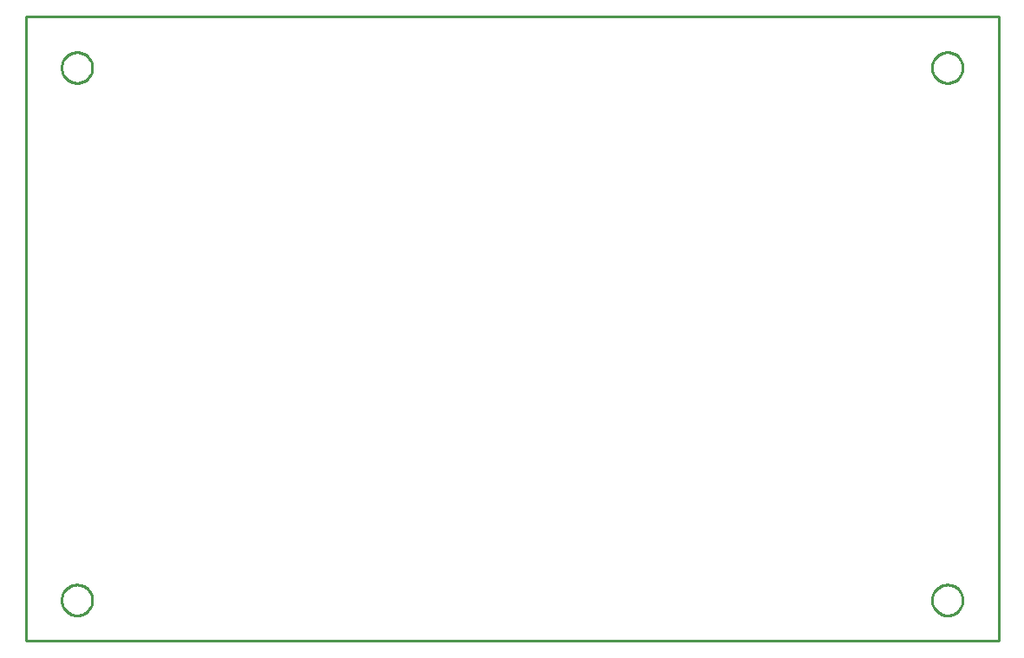
<source format=gbr>
G04 EAGLE Gerber RS-274X export*
G75*
%MOMM*%
%FSLAX34Y34*%
%LPD*%
%IN*%
%IPPOS*%
%AMOC8*
5,1,8,0,0,1.08239X$1,22.5*%
G01*
%ADD10C,0.254000*%


D10*
X0Y0D02*
X950000Y0D01*
X950000Y610000D01*
X0Y610000D01*
X0Y0D01*
X65000Y559464D02*
X64924Y558396D01*
X64771Y557335D01*
X64543Y556288D01*
X64241Y555260D01*
X63867Y554256D01*
X63422Y553281D01*
X62908Y552341D01*
X62329Y551440D01*
X61687Y550582D01*
X60985Y549772D01*
X60228Y549015D01*
X59418Y548313D01*
X58560Y547671D01*
X57659Y547092D01*
X56719Y546578D01*
X55744Y546133D01*
X54740Y545759D01*
X53712Y545457D01*
X52665Y545229D01*
X51604Y545076D01*
X50536Y545000D01*
X49464Y545000D01*
X48396Y545076D01*
X47335Y545229D01*
X46288Y545457D01*
X45260Y545759D01*
X44256Y546133D01*
X43281Y546578D01*
X42341Y547092D01*
X41440Y547671D01*
X40582Y548313D01*
X39772Y549015D01*
X39015Y549772D01*
X38313Y550582D01*
X37671Y551440D01*
X37092Y552341D01*
X36578Y553281D01*
X36133Y554256D01*
X35759Y555260D01*
X35457Y556288D01*
X35229Y557335D01*
X35076Y558396D01*
X35000Y559464D01*
X35000Y560536D01*
X35076Y561604D01*
X35229Y562665D01*
X35457Y563712D01*
X35759Y564740D01*
X36133Y565744D01*
X36578Y566719D01*
X37092Y567659D01*
X37671Y568560D01*
X38313Y569418D01*
X39015Y570228D01*
X39772Y570985D01*
X40582Y571687D01*
X41440Y572329D01*
X42341Y572908D01*
X43281Y573422D01*
X44256Y573867D01*
X45260Y574241D01*
X46288Y574543D01*
X47335Y574771D01*
X48396Y574924D01*
X49464Y575000D01*
X50536Y575000D01*
X51604Y574924D01*
X52665Y574771D01*
X53712Y574543D01*
X54740Y574241D01*
X55744Y573867D01*
X56719Y573422D01*
X57659Y572908D01*
X58560Y572329D01*
X59418Y571687D01*
X60228Y570985D01*
X60985Y570228D01*
X61687Y569418D01*
X62329Y568560D01*
X62908Y567659D01*
X63422Y566719D01*
X63867Y565744D01*
X64241Y564740D01*
X64543Y563712D01*
X64771Y562665D01*
X64924Y561604D01*
X65000Y560536D01*
X65000Y559464D01*
X65000Y39464D02*
X64924Y38396D01*
X64771Y37335D01*
X64543Y36288D01*
X64241Y35260D01*
X63867Y34256D01*
X63422Y33281D01*
X62908Y32341D01*
X62329Y31440D01*
X61687Y30582D01*
X60985Y29772D01*
X60228Y29015D01*
X59418Y28313D01*
X58560Y27671D01*
X57659Y27092D01*
X56719Y26578D01*
X55744Y26133D01*
X54740Y25759D01*
X53712Y25457D01*
X52665Y25229D01*
X51604Y25076D01*
X50536Y25000D01*
X49464Y25000D01*
X48396Y25076D01*
X47335Y25229D01*
X46288Y25457D01*
X45260Y25759D01*
X44256Y26133D01*
X43281Y26578D01*
X42341Y27092D01*
X41440Y27671D01*
X40582Y28313D01*
X39772Y29015D01*
X39015Y29772D01*
X38313Y30582D01*
X37671Y31440D01*
X37092Y32341D01*
X36578Y33281D01*
X36133Y34256D01*
X35759Y35260D01*
X35457Y36288D01*
X35229Y37335D01*
X35076Y38396D01*
X35000Y39464D01*
X35000Y40536D01*
X35076Y41604D01*
X35229Y42665D01*
X35457Y43712D01*
X35759Y44740D01*
X36133Y45744D01*
X36578Y46719D01*
X37092Y47659D01*
X37671Y48560D01*
X38313Y49418D01*
X39015Y50228D01*
X39772Y50985D01*
X40582Y51687D01*
X41440Y52329D01*
X42341Y52908D01*
X43281Y53422D01*
X44256Y53867D01*
X45260Y54241D01*
X46288Y54543D01*
X47335Y54771D01*
X48396Y54924D01*
X49464Y55000D01*
X50536Y55000D01*
X51604Y54924D01*
X52665Y54771D01*
X53712Y54543D01*
X54740Y54241D01*
X55744Y53867D01*
X56719Y53422D01*
X57659Y52908D01*
X58560Y52329D01*
X59418Y51687D01*
X60228Y50985D01*
X60985Y50228D01*
X61687Y49418D01*
X62329Y48560D01*
X62908Y47659D01*
X63422Y46719D01*
X63867Y45744D01*
X64241Y44740D01*
X64543Y43712D01*
X64771Y42665D01*
X64924Y41604D01*
X65000Y40536D01*
X65000Y39464D01*
X915000Y39464D02*
X914924Y38396D01*
X914771Y37335D01*
X914543Y36288D01*
X914241Y35260D01*
X913867Y34256D01*
X913422Y33281D01*
X912908Y32341D01*
X912329Y31440D01*
X911687Y30582D01*
X910985Y29772D01*
X910228Y29015D01*
X909418Y28313D01*
X908560Y27671D01*
X907659Y27092D01*
X906719Y26578D01*
X905744Y26133D01*
X904740Y25759D01*
X903712Y25457D01*
X902665Y25229D01*
X901604Y25076D01*
X900536Y25000D01*
X899464Y25000D01*
X898396Y25076D01*
X897335Y25229D01*
X896288Y25457D01*
X895260Y25759D01*
X894256Y26133D01*
X893281Y26578D01*
X892341Y27092D01*
X891440Y27671D01*
X890582Y28313D01*
X889772Y29015D01*
X889015Y29772D01*
X888313Y30582D01*
X887671Y31440D01*
X887092Y32341D01*
X886578Y33281D01*
X886133Y34256D01*
X885759Y35260D01*
X885457Y36288D01*
X885229Y37335D01*
X885076Y38396D01*
X885000Y39464D01*
X885000Y40536D01*
X885076Y41604D01*
X885229Y42665D01*
X885457Y43712D01*
X885759Y44740D01*
X886133Y45744D01*
X886578Y46719D01*
X887092Y47659D01*
X887671Y48560D01*
X888313Y49418D01*
X889015Y50228D01*
X889772Y50985D01*
X890582Y51687D01*
X891440Y52329D01*
X892341Y52908D01*
X893281Y53422D01*
X894256Y53867D01*
X895260Y54241D01*
X896288Y54543D01*
X897335Y54771D01*
X898396Y54924D01*
X899464Y55000D01*
X900536Y55000D01*
X901604Y54924D01*
X902665Y54771D01*
X903712Y54543D01*
X904740Y54241D01*
X905744Y53867D01*
X906719Y53422D01*
X907659Y52908D01*
X908560Y52329D01*
X909418Y51687D01*
X910228Y50985D01*
X910985Y50228D01*
X911687Y49418D01*
X912329Y48560D01*
X912908Y47659D01*
X913422Y46719D01*
X913867Y45744D01*
X914241Y44740D01*
X914543Y43712D01*
X914771Y42665D01*
X914924Y41604D01*
X915000Y40536D01*
X915000Y39464D01*
X915000Y559464D02*
X914924Y558396D01*
X914771Y557335D01*
X914543Y556288D01*
X914241Y555260D01*
X913867Y554256D01*
X913422Y553281D01*
X912908Y552341D01*
X912329Y551440D01*
X911687Y550582D01*
X910985Y549772D01*
X910228Y549015D01*
X909418Y548313D01*
X908560Y547671D01*
X907659Y547092D01*
X906719Y546578D01*
X905744Y546133D01*
X904740Y545759D01*
X903712Y545457D01*
X902665Y545229D01*
X901604Y545076D01*
X900536Y545000D01*
X899464Y545000D01*
X898396Y545076D01*
X897335Y545229D01*
X896288Y545457D01*
X895260Y545759D01*
X894256Y546133D01*
X893281Y546578D01*
X892341Y547092D01*
X891440Y547671D01*
X890582Y548313D01*
X889772Y549015D01*
X889015Y549772D01*
X888313Y550582D01*
X887671Y551440D01*
X887092Y552341D01*
X886578Y553281D01*
X886133Y554256D01*
X885759Y555260D01*
X885457Y556288D01*
X885229Y557335D01*
X885076Y558396D01*
X885000Y559464D01*
X885000Y560536D01*
X885076Y561604D01*
X885229Y562665D01*
X885457Y563712D01*
X885759Y564740D01*
X886133Y565744D01*
X886578Y566719D01*
X887092Y567659D01*
X887671Y568560D01*
X888313Y569418D01*
X889015Y570228D01*
X889772Y570985D01*
X890582Y571687D01*
X891440Y572329D01*
X892341Y572908D01*
X893281Y573422D01*
X894256Y573867D01*
X895260Y574241D01*
X896288Y574543D01*
X897335Y574771D01*
X898396Y574924D01*
X899464Y575000D01*
X900536Y575000D01*
X901604Y574924D01*
X902665Y574771D01*
X903712Y574543D01*
X904740Y574241D01*
X905744Y573867D01*
X906719Y573422D01*
X907659Y572908D01*
X908560Y572329D01*
X909418Y571687D01*
X910228Y570985D01*
X910985Y570228D01*
X911687Y569418D01*
X912329Y568560D01*
X912908Y567659D01*
X913422Y566719D01*
X913867Y565744D01*
X914241Y564740D01*
X914543Y563712D01*
X914771Y562665D01*
X914924Y561604D01*
X915000Y560536D01*
X915000Y559464D01*
M02*

</source>
